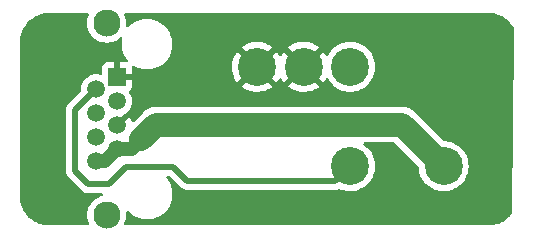
<source format=gbr>
%TF.GenerationSoftware,KiCad,Pcbnew,(6.0.5-0)*%
%TF.CreationDate,2022-08-12T15:30:33+02:00*%
%TF.ProjectId,OpenOBDPower,4f70656e-4f42-4445-906f-7765722e6b69,rev?*%
%TF.SameCoordinates,Original*%
%TF.FileFunction,Copper,L1,Top*%
%TF.FilePolarity,Positive*%
%FSLAX46Y46*%
G04 Gerber Fmt 4.6, Leading zero omitted, Abs format (unit mm)*
G04 Created by KiCad (PCBNEW (6.0.5-0)) date 2022-08-12 15:30:33*
%MOMM*%
%LPD*%
G01*
G04 APERTURE LIST*
%TA.AperFunction,ComponentPad*%
%ADD10C,3.215640*%
%TD*%
%TA.AperFunction,ComponentPad*%
%ADD11R,1.500000X1.500000*%
%TD*%
%TA.AperFunction,ComponentPad*%
%ADD12C,1.500000*%
%TD*%
%TA.AperFunction,ComponentPad*%
%ADD13C,2.300000*%
%TD*%
%TA.AperFunction,Conductor*%
%ADD14C,0.500000*%
%TD*%
%TA.AperFunction,Conductor*%
%ADD15C,2.000000*%
%TD*%
%TA.AperFunction,Conductor*%
%ADD16C,1.200000*%
%TD*%
%TA.AperFunction,Conductor*%
%ADD17C,0.250000*%
%TD*%
G04 APERTURE END LIST*
D10*
%TO.P,M1,4,CHASGND*%
%TO.N,GND*%
X138105200Y-95070000D03*
%TO.P,M1,5,SIGGND*%
X142052360Y-95070000D03*
%TO.P,M1,6,CANHIGH*%
%TO.N,CAN_H*%
X146002060Y-95070000D03*
%TO.P,M1,14,CANLOW*%
%TO.N,CAN_L*%
X146002060Y-103469780D03*
%TO.P,M1,16,BATTPOWER*%
%TO.N,+12V*%
X153904000Y-103469780D03*
%TD*%
D11*
%TO.P,J1,1*%
%TO.N,GND*%
X126270000Y-95930000D03*
D12*
%TO.P,J1,2*%
%TO.N,CAN_L*%
X124490000Y-96946000D03*
%TO.P,J1,3*%
%TO.N,unconnected-(J1-Pad3)*%
X126270000Y-97962000D03*
%TO.P,J1,4*%
%TO.N,CAN_H*%
X124490000Y-98978000D03*
%TO.P,J1,5*%
%TO.N,GND*%
X126270000Y-99994000D03*
%TO.P,J1,6*%
%TO.N,unconnected-(J1-Pad6)*%
X124490000Y-101010000D03*
%TO.P,J1,7*%
%TO.N,+12V*%
X126270000Y-102026000D03*
%TO.P,J1,8*%
X124490000Y-103042000D03*
D13*
%TO.P,J1,SH*%
%TO.N,N/C*%
X125380000Y-107620000D03*
X125380000Y-91360000D03*
%TD*%
D14*
%TO.N,CAN_L*%
X144751840Y-104720000D02*
X132220000Y-104720000D01*
X122700000Y-98736000D02*
X124490000Y-96946000D01*
X122700000Y-103880000D02*
X122700000Y-98736000D01*
X123830000Y-105010000D02*
X122700000Y-103880000D01*
X131030000Y-103530000D02*
X127030000Y-103530000D01*
X132220000Y-104720000D02*
X131030000Y-103530000D01*
X125550000Y-105010000D02*
X123830000Y-105010000D01*
X127030000Y-103530000D02*
X125550000Y-105010000D01*
X146002060Y-103469780D02*
X144751840Y-104720000D01*
D15*
%TO.N,+12V*%
X129569620Y-99960380D02*
X150394600Y-99960380D01*
D16*
X125254000Y-103042000D02*
X126270000Y-102026000D01*
D15*
X150394600Y-99960380D02*
X153904000Y-103469780D01*
D16*
X124490000Y-103042000D02*
X125254000Y-103042000D01*
D15*
X128330000Y-101200000D02*
X129569620Y-99960380D01*
D17*
X128330000Y-101200000D02*
X128330000Y-102030000D01*
D16*
X128330000Y-101200000D02*
X127504000Y-102026000D01*
X127504000Y-102026000D02*
X126270000Y-102026000D01*
%TD*%
%TA.AperFunction,Conductor*%
%TO.N,GND*%
G36*
X157715281Y-90498538D02*
G01*
X157722442Y-90498716D01*
X157840481Y-90501642D01*
X157846670Y-90501948D01*
X157963172Y-90510615D01*
X157969350Y-90511229D01*
X158084848Y-90525575D01*
X158090945Y-90526484D01*
X158205305Y-90546439D01*
X158211326Y-90547643D01*
X158324256Y-90573108D01*
X158330224Y-90574608D01*
X158441609Y-90605517D01*
X158447478Y-90607301D01*
X158557098Y-90643571D01*
X158562869Y-90645637D01*
X158613336Y-90665114D01*
X158670525Y-90687185D01*
X158676201Y-90689537D01*
X158781705Y-90736284D01*
X158787261Y-90738909D01*
X158890412Y-90790770D01*
X158895841Y-90793668D01*
X158996425Y-90850554D01*
X159001706Y-90853713D01*
X159078972Y-90902546D01*
X159099597Y-90915581D01*
X159104712Y-90918992D01*
X159199649Y-90985720D01*
X159204618Y-90989398D01*
X159273927Y-91043390D01*
X159296432Y-91060922D01*
X159301236Y-91064858D01*
X159389749Y-91141112D01*
X159394351Y-91145280D01*
X159417830Y-91167623D01*
X159479380Y-91226197D01*
X159483795Y-91230612D01*
X159564722Y-91315653D01*
X159568889Y-91320254D01*
X159645159Y-91408785D01*
X159649063Y-91413550D01*
X159707712Y-91488836D01*
X159720591Y-91505369D01*
X159724276Y-91510347D01*
X159791013Y-91605296D01*
X159794409Y-91610388D01*
X159833708Y-91672568D01*
X159853193Y-91740768D01*
X159849548Y-92258748D01*
X159847860Y-92498646D01*
X159742977Y-107403489D01*
X159722496Y-107471467D01*
X159716378Y-107480036D01*
X159649082Y-107566421D01*
X159645152Y-107571218D01*
X159568882Y-107659751D01*
X159564716Y-107664351D01*
X159562461Y-107666721D01*
X159483801Y-107749379D01*
X159479387Y-107753793D01*
X159439661Y-107791598D01*
X159404597Y-107824966D01*
X159394347Y-107834720D01*
X159389735Y-107838897D01*
X159312257Y-107905644D01*
X159301241Y-107915134D01*
X159296437Y-107919071D01*
X159256622Y-107950087D01*
X159204619Y-107990598D01*
X159199640Y-107994283D01*
X159104729Y-108060993D01*
X159104723Y-108060997D01*
X159099591Y-108064420D01*
X159029440Y-108108757D01*
X159001725Y-108126273D01*
X158996455Y-108129426D01*
X158918114Y-108173732D01*
X158895838Y-108186330D01*
X158890410Y-108189227D01*
X158787260Y-108241088D01*
X158781705Y-108243713D01*
X158676205Y-108290459D01*
X158670527Y-108292811D01*
X158562878Y-108334355D01*
X158557093Y-108336427D01*
X158447486Y-108372693D01*
X158441599Y-108374483D01*
X158429394Y-108377870D01*
X158330230Y-108405388D01*
X158324268Y-108406886D01*
X158211319Y-108432354D01*
X158205279Y-108433562D01*
X158177535Y-108438403D01*
X158090961Y-108453509D01*
X158084835Y-108454423D01*
X157969370Y-108468766D01*
X157963187Y-108469380D01*
X157943624Y-108470836D01*
X157846652Y-108478050D01*
X157840466Y-108478356D01*
X157717815Y-108481396D01*
X157715283Y-108481459D01*
X157712161Y-108481498D01*
X127006875Y-108481498D01*
X126938754Y-108461496D01*
X126892261Y-108407840D01*
X126882157Y-108337566D01*
X126890466Y-108307280D01*
X126960310Y-108138662D01*
X126960311Y-108138660D01*
X126962204Y-108134089D01*
X126996198Y-107992495D01*
X127021991Y-107885062D01*
X127021992Y-107885056D01*
X127023146Y-107880249D01*
X127043628Y-107620000D01*
X127025584Y-107390729D01*
X127040180Y-107321249D01*
X127090023Y-107270689D01*
X127159287Y-107255103D01*
X127225983Y-107279438D01*
X127237929Y-107289446D01*
X127433077Y-107474634D01*
X127446878Y-107487731D01*
X127683113Y-107657483D01*
X127708924Y-107671149D01*
X127875872Y-107759543D01*
X127940200Y-107793603D01*
X127944223Y-107795075D01*
X127944227Y-107795077D01*
X128190122Y-107885062D01*
X128213382Y-107893574D01*
X128497604Y-107955544D01*
X128526650Y-107957830D01*
X128723297Y-107973307D01*
X128723304Y-107973307D01*
X128725753Y-107973500D01*
X128883121Y-107973500D01*
X128885257Y-107973354D01*
X128885268Y-107973354D01*
X129095949Y-107958991D01*
X129095955Y-107958990D01*
X129100226Y-107958699D01*
X129104421Y-107957830D01*
X129104423Y-107957830D01*
X129291570Y-107919074D01*
X129385081Y-107899709D01*
X129659295Y-107802605D01*
X129917793Y-107669184D01*
X129921294Y-107666723D01*
X129921298Y-107666721D01*
X130060528Y-107568868D01*
X130155792Y-107501915D01*
X130261711Y-107403489D01*
X130365745Y-107306815D01*
X130365748Y-107306812D01*
X130368888Y-107303894D01*
X130373279Y-107298530D01*
X130550423Y-107082102D01*
X130553139Y-107078784D01*
X130705133Y-106830752D01*
X130713869Y-106810852D01*
X130782618Y-106654235D01*
X130822059Y-106564386D01*
X130827818Y-106544171D01*
X130879213Y-106363746D01*
X130901754Y-106284616D01*
X130902538Y-106279113D01*
X130942137Y-106000870D01*
X130942742Y-105996619D01*
X130943936Y-105768536D01*
X130944243Y-105710009D01*
X130944243Y-105710003D01*
X130944265Y-105705723D01*
X130943170Y-105697401D01*
X130925743Y-105565035D01*
X130906295Y-105417313D01*
X130903584Y-105407401D01*
X130853476Y-105224237D01*
X130829535Y-105136724D01*
X130805219Y-105079717D01*
X130717090Y-104873100D01*
X130717088Y-104873096D01*
X130715404Y-104869148D01*
X130566015Y-104619538D01*
X130464862Y-104493278D01*
X130437882Y-104427610D01*
X130450687Y-104357778D01*
X130499214Y-104305955D01*
X130563198Y-104288500D01*
X130663629Y-104288500D01*
X130731750Y-104308502D01*
X130752724Y-104325405D01*
X131636230Y-105208911D01*
X131648616Y-105223323D01*
X131657149Y-105234918D01*
X131657154Y-105234923D01*
X131661492Y-105240818D01*
X131667070Y-105245557D01*
X131667073Y-105245560D01*
X131701768Y-105275035D01*
X131709284Y-105281965D01*
X131714979Y-105287660D01*
X131717861Y-105289940D01*
X131737251Y-105305281D01*
X131740655Y-105308072D01*
X131779442Y-105341024D01*
X131796285Y-105355333D01*
X131802801Y-105358661D01*
X131807850Y-105362028D01*
X131812979Y-105365195D01*
X131818716Y-105369734D01*
X131884875Y-105400655D01*
X131888769Y-105402558D01*
X131953808Y-105435769D01*
X131960916Y-105437508D01*
X131966559Y-105439607D01*
X131972322Y-105441524D01*
X131978950Y-105444622D01*
X132049148Y-105459223D01*
X132050412Y-105459486D01*
X132054696Y-105460456D01*
X132125610Y-105477808D01*
X132131212Y-105478156D01*
X132131215Y-105478156D01*
X132136764Y-105478500D01*
X132136762Y-105478536D01*
X132140755Y-105478775D01*
X132144947Y-105479149D01*
X132152115Y-105480640D01*
X132229520Y-105478546D01*
X132232928Y-105478500D01*
X144684770Y-105478500D01*
X144703720Y-105479933D01*
X144717955Y-105482099D01*
X144717959Y-105482099D01*
X144725189Y-105483199D01*
X144732481Y-105482606D01*
X144732484Y-105482606D01*
X144777858Y-105478915D01*
X144788073Y-105478500D01*
X144796133Y-105478500D01*
X144813520Y-105476473D01*
X144824347Y-105475211D01*
X144828722Y-105474778D01*
X144894179Y-105469454D01*
X144894182Y-105469453D01*
X144901477Y-105468860D01*
X144908441Y-105466604D01*
X144914400Y-105465413D01*
X144920255Y-105464029D01*
X144927521Y-105463182D01*
X144996167Y-105438265D01*
X145000295Y-105436848D01*
X145062774Y-105416608D01*
X145062779Y-105416606D01*
X145067566Y-105415055D01*
X145069740Y-105414351D01*
X145069968Y-105415055D01*
X145134671Y-105405691D01*
X145168707Y-105415588D01*
X145258734Y-105456237D01*
X145258738Y-105456239D01*
X145262646Y-105458003D01*
X145301304Y-105469454D01*
X145535207Y-105538740D01*
X145535212Y-105538741D01*
X145539320Y-105539958D01*
X145543554Y-105540606D01*
X145543559Y-105540607D01*
X145820315Y-105582956D01*
X145820317Y-105582956D01*
X145824557Y-105583605D01*
X145971409Y-105585912D01*
X146108787Y-105588071D01*
X146108793Y-105588071D01*
X146113078Y-105588138D01*
X146399545Y-105553472D01*
X146669669Y-105482606D01*
X146674514Y-105481335D01*
X146674515Y-105481335D01*
X146678657Y-105480248D01*
X146945249Y-105369822D01*
X146959623Y-105361423D01*
X147190690Y-105226398D01*
X147190691Y-105226398D01*
X147194388Y-105224237D01*
X147246772Y-105183163D01*
X147418091Y-105048831D01*
X147421463Y-105046187D01*
X147622274Y-104838967D01*
X147624807Y-104835519D01*
X147624811Y-104835514D01*
X147790565Y-104609866D01*
X147793103Y-104606411D01*
X147823953Y-104549592D01*
X147928741Y-104356598D01*
X147928742Y-104356596D01*
X147930791Y-104352822D01*
X148032788Y-104082893D01*
X148078813Y-103881939D01*
X148096252Y-103805799D01*
X148096253Y-103805794D01*
X148097209Y-103801619D01*
X148122860Y-103514204D01*
X148123325Y-103469780D01*
X148123156Y-103467299D01*
X148103991Y-103186168D01*
X148103990Y-103186162D01*
X148103699Y-103181891D01*
X148045183Y-102899330D01*
X147948861Y-102627324D01*
X147816514Y-102370907D01*
X147812368Y-102365007D01*
X147653056Y-102138330D01*
X147650593Y-102134825D01*
X147454166Y-101923444D01*
X147230869Y-101740678D01*
X147168263Y-101702313D01*
X147120632Y-101649665D01*
X147109025Y-101579624D01*
X147137128Y-101514426D01*
X147196018Y-101474772D01*
X147234098Y-101468880D01*
X149717569Y-101468880D01*
X149785690Y-101488882D01*
X149806664Y-101505785D01*
X151751023Y-103450144D01*
X151785049Y-103512456D01*
X151787718Y-103531980D01*
X151799462Y-103735645D01*
X151800287Y-103739850D01*
X151800288Y-103739858D01*
X151828163Y-103881939D01*
X151855015Y-104018804D01*
X151856402Y-104022854D01*
X151856403Y-104022859D01*
X151934685Y-104251500D01*
X151948484Y-104291803D01*
X152078138Y-104549592D01*
X152241578Y-104787399D01*
X152435781Y-105000825D01*
X152657152Y-105185919D01*
X152660793Y-105188203D01*
X152897955Y-105336975D01*
X152897959Y-105336977D01*
X152901595Y-105339258D01*
X152905505Y-105341023D01*
X152905506Y-105341024D01*
X153160674Y-105456237D01*
X153160678Y-105456239D01*
X153164586Y-105458003D01*
X153203244Y-105469454D01*
X153437147Y-105538740D01*
X153437152Y-105538741D01*
X153441260Y-105539958D01*
X153445494Y-105540606D01*
X153445499Y-105540607D01*
X153722255Y-105582956D01*
X153722257Y-105582956D01*
X153726497Y-105583605D01*
X153873349Y-105585912D01*
X154010727Y-105588071D01*
X154010733Y-105588071D01*
X154015018Y-105588138D01*
X154301485Y-105553472D01*
X154571609Y-105482606D01*
X154576454Y-105481335D01*
X154576455Y-105481335D01*
X154580597Y-105480248D01*
X154847189Y-105369822D01*
X154861563Y-105361423D01*
X155092630Y-105226398D01*
X155092631Y-105226398D01*
X155096328Y-105224237D01*
X155148712Y-105183163D01*
X155320031Y-105048831D01*
X155323403Y-105046187D01*
X155524214Y-104838967D01*
X155526747Y-104835519D01*
X155526751Y-104835514D01*
X155692505Y-104609866D01*
X155695043Y-104606411D01*
X155725893Y-104549592D01*
X155830681Y-104356598D01*
X155830682Y-104356596D01*
X155832731Y-104352822D01*
X155934728Y-104082893D01*
X155980753Y-103881939D01*
X155998192Y-103805799D01*
X155998193Y-103805794D01*
X155999149Y-103801619D01*
X156024800Y-103514204D01*
X156025265Y-103469780D01*
X156025096Y-103467299D01*
X156005931Y-103186168D01*
X156005930Y-103186162D01*
X156005639Y-103181891D01*
X155947123Y-102899330D01*
X155850801Y-102627324D01*
X155718454Y-102370907D01*
X155714308Y-102365007D01*
X155554996Y-102138330D01*
X155552533Y-102134825D01*
X155356106Y-101923444D01*
X155132809Y-101740678D01*
X154984290Y-101649665D01*
X154890424Y-101592143D01*
X154890416Y-101592139D01*
X154886774Y-101589907D01*
X154882857Y-101588188D01*
X154882854Y-101588186D01*
X154695135Y-101505784D01*
X154622553Y-101473923D01*
X154618425Y-101472747D01*
X154618422Y-101472746D01*
X154532573Y-101448291D01*
X154345036Y-101394870D01*
X154340794Y-101394266D01*
X154340788Y-101394265D01*
X154063609Y-101354817D01*
X154059358Y-101354212D01*
X153994170Y-101353871D01*
X153972852Y-101353759D01*
X153904837Y-101333401D01*
X153884417Y-101316856D01*
X151478275Y-98910714D01*
X151475821Y-98908192D01*
X151410738Y-98839368D01*
X151410735Y-98839366D01*
X151407268Y-98835699D01*
X151344839Y-98787969D01*
X151339708Y-98783828D01*
X151283733Y-98736189D01*
X151283732Y-98736188D01*
X151279880Y-98732910D01*
X151275555Y-98730291D01*
X151275550Y-98730287D01*
X151251776Y-98715889D01*
X151240529Y-98708217D01*
X151214426Y-98688260D01*
X151145192Y-98651137D01*
X151139468Y-98647873D01*
X151138382Y-98647215D01*
X151072242Y-98607159D01*
X151041781Y-98594852D01*
X151029441Y-98589072D01*
X151025950Y-98587200D01*
X151000491Y-98573549D01*
X150995710Y-98571903D01*
X150995706Y-98571901D01*
X150926199Y-98547968D01*
X150920021Y-98545658D01*
X150851866Y-98518122D01*
X150851867Y-98518122D01*
X150847171Y-98516225D01*
X150815139Y-98508948D01*
X150802041Y-98505217D01*
X150770969Y-98494518D01*
X150693500Y-98481137D01*
X150687096Y-98479857D01*
X150610456Y-98462445D01*
X150577647Y-98460381D01*
X150564147Y-98458795D01*
X150531764Y-98453201D01*
X150527807Y-98453021D01*
X150527804Y-98453021D01*
X150504094Y-98451944D01*
X150504075Y-98451944D01*
X150502675Y-98451880D01*
X150446492Y-98451880D01*
X150438580Y-98451631D01*
X150432986Y-98451279D01*
X150368187Y-98447202D01*
X150329145Y-98451030D01*
X150326608Y-98451279D01*
X150314312Y-98451880D01*
X129593622Y-98451880D01*
X129590103Y-98451831D01*
X129495470Y-98449187D01*
X129495467Y-98449187D01*
X129490415Y-98449046D01*
X129412522Y-98459439D01*
X129405981Y-98460138D01*
X129381237Y-98462129D01*
X129332697Y-98466034D01*
X129332693Y-98466035D01*
X129327655Y-98466440D01*
X129295742Y-98474279D01*
X129282362Y-98476806D01*
X129249800Y-98481151D01*
X129244959Y-98482612D01*
X129244957Y-98482613D01*
X129174591Y-98503858D01*
X129168230Y-98505599D01*
X129091914Y-98524343D01*
X129087254Y-98526321D01*
X129061669Y-98537181D01*
X129048859Y-98541818D01*
X129017412Y-98551313D01*
X129012864Y-98553531D01*
X129012857Y-98553534D01*
X128946802Y-98585751D01*
X128940800Y-98588487D01*
X128896812Y-98607159D01*
X128868464Y-98619192D01*
X128844152Y-98634503D01*
X128840664Y-98636699D01*
X128828760Y-98643325D01*
X128799232Y-98657726D01*
X128795095Y-98660645D01*
X128795094Y-98660645D01*
X128735023Y-98703021D01*
X128729534Y-98706681D01*
X128692049Y-98730287D01*
X128663053Y-98748547D01*
X128659264Y-98751888D01*
X128659258Y-98751892D01*
X128638403Y-98770278D01*
X128627708Y-98778724D01*
X128600873Y-98797654D01*
X128579370Y-98817289D01*
X128539654Y-98857005D01*
X128533884Y-98862424D01*
X128484762Y-98905730D01*
X128484759Y-98905733D01*
X128480965Y-98909078D01*
X128477755Y-98912986D01*
X128477754Y-98912987D01*
X128454441Y-98941369D01*
X128446171Y-98950488D01*
X127690829Y-99705830D01*
X127628517Y-99739856D01*
X127557702Y-99734791D01*
X127500866Y-99692244D01*
X127480027Y-99649345D01*
X127458073Y-99567407D01*
X127454326Y-99557113D01*
X127365946Y-99367583D01*
X127360466Y-99358093D01*
X127331589Y-99316851D01*
X127321114Y-99308477D01*
X127307667Y-99315545D01*
X126359095Y-100264116D01*
X126296783Y-100298141D01*
X126225967Y-100293076D01*
X126180905Y-100264115D01*
X125999885Y-100083095D01*
X125965859Y-100020783D01*
X125970924Y-99949968D01*
X125999885Y-99904905D01*
X126786786Y-99118004D01*
X126822631Y-99092905D01*
X126901654Y-99056056D01*
X126906152Y-99052907D01*
X126906158Y-99052903D01*
X127077527Y-98932908D01*
X127077529Y-98932906D01*
X127082038Y-98929749D01*
X127237749Y-98774038D01*
X127255332Y-98748928D01*
X127360899Y-98598162D01*
X127360900Y-98598160D01*
X127364056Y-98593653D01*
X127366379Y-98588671D01*
X127366382Y-98588666D01*
X127423376Y-98466440D01*
X127457120Y-98394076D01*
X127514115Y-98181371D01*
X127533307Y-97962000D01*
X127514115Y-97742629D01*
X127457120Y-97529924D01*
X127413585Y-97436562D01*
X127366382Y-97335334D01*
X127366379Y-97335329D01*
X127364056Y-97330347D01*
X127308516Y-97251028D01*
X127285829Y-97183756D01*
X127303114Y-97114896D01*
X127336165Y-97077933D01*
X127375724Y-97048285D01*
X127388285Y-97035724D01*
X127464786Y-96933649D01*
X127473324Y-96918054D01*
X127518478Y-96797606D01*
X127522105Y-96782351D01*
X127527119Y-96736198D01*
X136804274Y-96736198D01*
X136811329Y-96746171D01*
X136855351Y-96782979D01*
X136862285Y-96788016D01*
X137099391Y-96936754D01*
X137106942Y-96940803D01*
X137362049Y-97055987D01*
X137370080Y-97058974D01*
X137638457Y-97138471D01*
X137646809Y-97140338D01*
X137923498Y-97182677D01*
X137932031Y-97183393D01*
X138211901Y-97187791D01*
X138220452Y-97187343D01*
X138498327Y-97153715D01*
X138506744Y-97152110D01*
X138777486Y-97081082D01*
X138785602Y-97078351D01*
X139044206Y-96971233D01*
X139051868Y-96967430D01*
X139293541Y-96826208D01*
X139300624Y-96821394D01*
X139396653Y-96746097D01*
X139403724Y-96736198D01*
X140751434Y-96736198D01*
X140758489Y-96746171D01*
X140802511Y-96782979D01*
X140809445Y-96788016D01*
X141046551Y-96936754D01*
X141054102Y-96940803D01*
X141309209Y-97055987D01*
X141317240Y-97058974D01*
X141585617Y-97138471D01*
X141593969Y-97140338D01*
X141870658Y-97182677D01*
X141879191Y-97183393D01*
X142159061Y-97187791D01*
X142167612Y-97187343D01*
X142445487Y-97153715D01*
X142453904Y-97152110D01*
X142724646Y-97081082D01*
X142732762Y-97078351D01*
X142991366Y-96971233D01*
X142999028Y-96967430D01*
X143240701Y-96826208D01*
X143247784Y-96821394D01*
X143343813Y-96746097D01*
X143352283Y-96734239D01*
X143345766Y-96722616D01*
X142065172Y-95442022D01*
X142051228Y-95434408D01*
X142049395Y-95434539D01*
X142042780Y-95438790D01*
X140758726Y-96722844D01*
X140751434Y-96736198D01*
X139403724Y-96736198D01*
X139405123Y-96734239D01*
X139398606Y-96722616D01*
X138118012Y-95442022D01*
X138104068Y-95434408D01*
X138102235Y-95434539D01*
X138095620Y-95438790D01*
X136811566Y-96722844D01*
X136804274Y-96736198D01*
X127527119Y-96736198D01*
X127527631Y-96731486D01*
X127528000Y-96724672D01*
X127528000Y-96202115D01*
X127523525Y-96186876D01*
X127522135Y-96185671D01*
X127514452Y-96184000D01*
X126142000Y-96184000D01*
X126073879Y-96163998D01*
X126027386Y-96110342D01*
X126016000Y-96058000D01*
X126016000Y-94690116D01*
X126011525Y-94674877D01*
X126010135Y-94673672D01*
X126002452Y-94672001D01*
X125475331Y-94672001D01*
X125468510Y-94672371D01*
X125417648Y-94677895D01*
X125402396Y-94681521D01*
X125281946Y-94726676D01*
X125266351Y-94735214D01*
X125164276Y-94811715D01*
X125151715Y-94824276D01*
X125075214Y-94926351D01*
X125066676Y-94941946D01*
X125021522Y-95062394D01*
X125017895Y-95077649D01*
X125012369Y-95128514D01*
X125012000Y-95135328D01*
X125012000Y-95618768D01*
X124991998Y-95686889D01*
X124938342Y-95733382D01*
X124868068Y-95743486D01*
X124853388Y-95740474D01*
X124714692Y-95703310D01*
X124714683Y-95703309D01*
X124709371Y-95701885D01*
X124490000Y-95682693D01*
X124270629Y-95701885D01*
X124057924Y-95758880D01*
X123964562Y-95802415D01*
X123863334Y-95849618D01*
X123863329Y-95849621D01*
X123858347Y-95851944D01*
X123853840Y-95855100D01*
X123853838Y-95855101D01*
X123682473Y-95975092D01*
X123682470Y-95975094D01*
X123677962Y-95978251D01*
X123522251Y-96133962D01*
X123519094Y-96138470D01*
X123519092Y-96138473D01*
X123468948Y-96210086D01*
X123395944Y-96314347D01*
X123393621Y-96319329D01*
X123393618Y-96319334D01*
X123363425Y-96384084D01*
X123302880Y-96513924D01*
X123245885Y-96726629D01*
X123226693Y-96946000D01*
X123227172Y-96951475D01*
X123227172Y-96951476D01*
X123236908Y-97062761D01*
X123222919Y-97132365D01*
X123200482Y-97162837D01*
X122211089Y-98152230D01*
X122196677Y-98164616D01*
X122185082Y-98173149D01*
X122185077Y-98173154D01*
X122179182Y-98177492D01*
X122174443Y-98183070D01*
X122174440Y-98183073D01*
X122144965Y-98217768D01*
X122138035Y-98225284D01*
X122132340Y-98230979D01*
X122130060Y-98233861D01*
X122114719Y-98253251D01*
X122111928Y-98256655D01*
X122069409Y-98306703D01*
X122064667Y-98312285D01*
X122061339Y-98318801D01*
X122057972Y-98323850D01*
X122054805Y-98328979D01*
X122050266Y-98334716D01*
X122019345Y-98400875D01*
X122017442Y-98404769D01*
X121984231Y-98469808D01*
X121982492Y-98476916D01*
X121980393Y-98482559D01*
X121978476Y-98488322D01*
X121975378Y-98494950D01*
X121973888Y-98502112D01*
X121973888Y-98502113D01*
X121960514Y-98566412D01*
X121959544Y-98570696D01*
X121942192Y-98641610D01*
X121941500Y-98652764D01*
X121941464Y-98652762D01*
X121941225Y-98656755D01*
X121940851Y-98660947D01*
X121939360Y-98668115D01*
X121939558Y-98675432D01*
X121941454Y-98745521D01*
X121941500Y-98748928D01*
X121941500Y-103812930D01*
X121940067Y-103831880D01*
X121936801Y-103853349D01*
X121937394Y-103860641D01*
X121937394Y-103860644D01*
X121941085Y-103906018D01*
X121941500Y-103916233D01*
X121941500Y-103924293D01*
X121941925Y-103927937D01*
X121944789Y-103952507D01*
X121945222Y-103956882D01*
X121950259Y-104018804D01*
X121951140Y-104029637D01*
X121953396Y-104036601D01*
X121954587Y-104042560D01*
X121955971Y-104048415D01*
X121956818Y-104055681D01*
X121981735Y-104124327D01*
X121983152Y-104128455D01*
X122005649Y-104197899D01*
X122009445Y-104204154D01*
X122011951Y-104209628D01*
X122014670Y-104215058D01*
X122017167Y-104221937D01*
X122021180Y-104228057D01*
X122021180Y-104228058D01*
X122057186Y-104282976D01*
X122059523Y-104286680D01*
X122097405Y-104349107D01*
X122101121Y-104353315D01*
X122101122Y-104353316D01*
X122104803Y-104357484D01*
X122104776Y-104357508D01*
X122107429Y-104360500D01*
X122110132Y-104363733D01*
X122114144Y-104369852D01*
X122119456Y-104374884D01*
X122170383Y-104423128D01*
X122172825Y-104425506D01*
X123246230Y-105498911D01*
X123258616Y-105513323D01*
X123267149Y-105524918D01*
X123267154Y-105524923D01*
X123271492Y-105530818D01*
X123277070Y-105535557D01*
X123277073Y-105535560D01*
X123311768Y-105565035D01*
X123319284Y-105571965D01*
X123324979Y-105577660D01*
X123327861Y-105579940D01*
X123347251Y-105595281D01*
X123350655Y-105598072D01*
X123400703Y-105640591D01*
X123406285Y-105645333D01*
X123412801Y-105648661D01*
X123417850Y-105652028D01*
X123422979Y-105655195D01*
X123428716Y-105659734D01*
X123494875Y-105690655D01*
X123498769Y-105692558D01*
X123563808Y-105725769D01*
X123570916Y-105727508D01*
X123576559Y-105729607D01*
X123582322Y-105731524D01*
X123588950Y-105734622D01*
X123596112Y-105736112D01*
X123596113Y-105736112D01*
X123660412Y-105749486D01*
X123664696Y-105750456D01*
X123735610Y-105767808D01*
X123741212Y-105768156D01*
X123741215Y-105768156D01*
X123746764Y-105768500D01*
X123746762Y-105768536D01*
X123750755Y-105768775D01*
X123754947Y-105769149D01*
X123762115Y-105770640D01*
X123839520Y-105768546D01*
X123842928Y-105768500D01*
X124923039Y-105768500D01*
X124991160Y-105788502D01*
X125037653Y-105842158D01*
X125047757Y-105912432D01*
X125018263Y-105977012D01*
X124952453Y-106017019D01*
X124865911Y-106037796D01*
X124861340Y-106039689D01*
X124861338Y-106039690D01*
X124629303Y-106135802D01*
X124629299Y-106135804D01*
X124624729Y-106137697D01*
X124402144Y-106274097D01*
X124203637Y-106443637D01*
X124034097Y-106642144D01*
X123897697Y-106864729D01*
X123895804Y-106869299D01*
X123895802Y-106869303D01*
X123810546Y-107075130D01*
X123797796Y-107105911D01*
X123784055Y-107163148D01*
X123738009Y-107354938D01*
X123738008Y-107354944D01*
X123736854Y-107359751D01*
X123716372Y-107620000D01*
X123736854Y-107880249D01*
X123738008Y-107885056D01*
X123738009Y-107885062D01*
X123763802Y-107992495D01*
X123797796Y-108134089D01*
X123799689Y-108138660D01*
X123799690Y-108138662D01*
X123869534Y-108307280D01*
X123877123Y-108377870D01*
X123845344Y-108441357D01*
X123784286Y-108477584D01*
X123753125Y-108481498D01*
X120527840Y-108481498D01*
X120524719Y-108481459D01*
X120520535Y-108481355D01*
X120399528Y-108478356D01*
X120393335Y-108478050D01*
X120276812Y-108469380D01*
X120270631Y-108468766D01*
X120209561Y-108461180D01*
X120155138Y-108454420D01*
X120149034Y-108453509D01*
X120034740Y-108433565D01*
X120028684Y-108432355D01*
X119919960Y-108407840D01*
X119915726Y-108406885D01*
X119909752Y-108405384D01*
X119798380Y-108374478D01*
X119792537Y-108372702D01*
X119682921Y-108336433D01*
X119677136Y-108334361D01*
X119569460Y-108292807D01*
X119563783Y-108290455D01*
X119458297Y-108243716D01*
X119452741Y-108241091D01*
X119398203Y-108213671D01*
X119349579Y-108189224D01*
X119344175Y-108186339D01*
X119243563Y-108129438D01*
X119238286Y-108126281D01*
X119238274Y-108126273D01*
X119140402Y-108064417D01*
X119135268Y-108060993D01*
X119131736Y-108058510D01*
X119040354Y-107994282D01*
X119035375Y-107990596D01*
X119007742Y-107969069D01*
X118943559Y-107919069D01*
X118938762Y-107915137D01*
X118921862Y-107900578D01*
X118850272Y-107838904D01*
X118845658Y-107834726D01*
X118760617Y-107753798D01*
X118756202Y-107749383D01*
X118746428Y-107739112D01*
X118675276Y-107664342D01*
X118671101Y-107659731D01*
X118594847Y-107571218D01*
X118590909Y-107566412D01*
X118519412Y-107474634D01*
X118515726Y-107469656D01*
X118448999Y-107374721D01*
X118445572Y-107369582D01*
X118405903Y-107306815D01*
X118383720Y-107271716D01*
X118380571Y-107266454D01*
X118323654Y-107165813D01*
X118320763Y-107160395D01*
X118277893Y-107075130D01*
X118268913Y-107057269D01*
X118266289Y-107051718D01*
X118264694Y-107048117D01*
X118219533Y-106946193D01*
X118217183Y-106940518D01*
X118175643Y-106832879D01*
X118173571Y-106827095D01*
X118171899Y-106822041D01*
X118137300Y-106717473D01*
X118135519Y-106711614D01*
X118126108Y-106677698D01*
X118104609Y-106600227D01*
X118103108Y-106594253D01*
X118077644Y-106481319D01*
X118076435Y-106475275D01*
X118071571Y-106447399D01*
X118056485Y-106360942D01*
X118055574Y-106354832D01*
X118053330Y-106336759D01*
X118041233Y-106239371D01*
X118040619Y-106233192D01*
X118033691Y-106140077D01*
X118031948Y-106116654D01*
X118031641Y-106110444D01*
X118029888Y-106039690D01*
X118028539Y-105985279D01*
X118028500Y-105982157D01*
X118028500Y-92997841D01*
X118028539Y-92994719D01*
X118031642Y-92869538D01*
X118031950Y-92863311D01*
X118032742Y-92852676D01*
X118040618Y-92746816D01*
X118041231Y-92740642D01*
X118045945Y-92702687D01*
X118055576Y-92625150D01*
X118056488Y-92619034D01*
X118056974Y-92616253D01*
X118076440Y-92504692D01*
X118077645Y-92498667D01*
X118103104Y-92385758D01*
X118104606Y-92379781D01*
X118135520Y-92268384D01*
X118137309Y-92262499D01*
X118173584Y-92152863D01*
X118175633Y-92147141D01*
X118217188Y-92039465D01*
X118219537Y-92033795D01*
X118247999Y-91969558D01*
X118266283Y-91928292D01*
X118268907Y-91922741D01*
X118320772Y-91819585D01*
X118323669Y-91814157D01*
X118340678Y-91784083D01*
X118380563Y-91713558D01*
X118383723Y-91708276D01*
X118391565Y-91695869D01*
X118445576Y-91610409D01*
X118449000Y-91605275D01*
X118515716Y-91510355D01*
X118519401Y-91505376D01*
X118590933Y-91413554D01*
X118594846Y-91408778D01*
X118671118Y-91320244D01*
X118675295Y-91315632D01*
X118677535Y-91313279D01*
X118756195Y-91230621D01*
X118760609Y-91226207D01*
X118845657Y-91145272D01*
X118850268Y-91141097D01*
X118938767Y-91064855D01*
X118943563Y-91060925D01*
X119035374Y-90989404D01*
X119040350Y-90985720D01*
X119135279Y-90918996D01*
X119140419Y-90915568D01*
X119196118Y-90880366D01*
X119238282Y-90853718D01*
X119243561Y-90850560D01*
X119251782Y-90845911D01*
X119344157Y-90793668D01*
X119349578Y-90790774D01*
X119452761Y-90738896D01*
X119458318Y-90736271D01*
X119563784Y-90689541D01*
X119569461Y-90687189D01*
X119677139Y-90645634D01*
X119682925Y-90643562D01*
X119708645Y-90635052D01*
X119792516Y-90607302D01*
X119798388Y-90605517D01*
X119810601Y-90602128D01*
X119909767Y-90574609D01*
X119915737Y-90573109D01*
X120028675Y-90547643D01*
X120034733Y-90546432D01*
X120149034Y-90526489D01*
X120155159Y-90525575D01*
X120270628Y-90511232D01*
X120276811Y-90510618D01*
X120298598Y-90508997D01*
X120393346Y-90501948D01*
X120399532Y-90501642D01*
X120524717Y-90498539D01*
X120527840Y-90498500D01*
X123753126Y-90498500D01*
X123821247Y-90518502D01*
X123867740Y-90572158D01*
X123877844Y-90642432D01*
X123869535Y-90672718D01*
X123820065Y-90792150D01*
X123797796Y-90845911D01*
X123791715Y-90871240D01*
X123738009Y-91094938D01*
X123738008Y-91094944D01*
X123736854Y-91099751D01*
X123716372Y-91360000D01*
X123736854Y-91620249D01*
X123738008Y-91625056D01*
X123738009Y-91625062D01*
X123758612Y-91710876D01*
X123797796Y-91874089D01*
X123799689Y-91878660D01*
X123799690Y-91878662D01*
X123891151Y-92099467D01*
X123897697Y-92115271D01*
X124034097Y-92337856D01*
X124203637Y-92536363D01*
X124402144Y-92705903D01*
X124624729Y-92842303D01*
X124629299Y-92844196D01*
X124629303Y-92844198D01*
X124861338Y-92940310D01*
X124865911Y-92942204D01*
X124954931Y-92963576D01*
X125114938Y-93001991D01*
X125114944Y-93001992D01*
X125119751Y-93003146D01*
X125380000Y-93023628D01*
X125640249Y-93003146D01*
X125645056Y-93001992D01*
X125645062Y-93001991D01*
X125805069Y-92963576D01*
X125894089Y-92942204D01*
X125898662Y-92940310D01*
X126130697Y-92844198D01*
X126130701Y-92844196D01*
X126135271Y-92842303D01*
X126357856Y-92705903D01*
X126513566Y-92572915D01*
X126578356Y-92543884D01*
X126648556Y-92554489D01*
X126701878Y-92601364D01*
X126721393Y-92669626D01*
X126718805Y-92693423D01*
X126718246Y-92695384D01*
X126717643Y-92699619D01*
X126717642Y-92699625D01*
X126681513Y-92953486D01*
X126677258Y-92983381D01*
X126676455Y-93136768D01*
X126676162Y-93192808D01*
X126675735Y-93274277D01*
X126713705Y-93562687D01*
X126790465Y-93843276D01*
X126792149Y-93847224D01*
X126885879Y-94066970D01*
X126904596Y-94110852D01*
X127053985Y-94360462D01*
X127056669Y-94363813D01*
X127056671Y-94363815D01*
X127139514Y-94467220D01*
X127166496Y-94532889D01*
X127153691Y-94602722D01*
X127105164Y-94654545D01*
X127041180Y-94672000D01*
X126542115Y-94672000D01*
X126526876Y-94676475D01*
X126525671Y-94677865D01*
X126524000Y-94685548D01*
X126524000Y-95657885D01*
X126528475Y-95673124D01*
X126529865Y-95674329D01*
X126537548Y-95676000D01*
X127509884Y-95676000D01*
X127525123Y-95671525D01*
X127526328Y-95670135D01*
X127527999Y-95662452D01*
X127527999Y-95135331D01*
X127527630Y-95128512D01*
X127524074Y-95095778D01*
X127536603Y-95025896D01*
X127584924Y-94973881D01*
X127653696Y-94956247D01*
X127708296Y-94970817D01*
X127897759Y-95071132D01*
X127940200Y-95093603D01*
X127944223Y-95095075D01*
X127944227Y-95095077D01*
X128035598Y-95128514D01*
X128213382Y-95193574D01*
X128497604Y-95255544D01*
X128526650Y-95257830D01*
X128723297Y-95273307D01*
X128723304Y-95273307D01*
X128725753Y-95273500D01*
X128883121Y-95273500D01*
X128885257Y-95273354D01*
X128885268Y-95273354D01*
X129095949Y-95258991D01*
X129095955Y-95258990D01*
X129100226Y-95258699D01*
X129104421Y-95257830D01*
X129104423Y-95257830D01*
X129242654Y-95229204D01*
X129385081Y-95199709D01*
X129659295Y-95102605D01*
X129757201Y-95052072D01*
X135984799Y-95052072D01*
X136000912Y-95331514D01*
X136001985Y-95340015D01*
X136055874Y-95614687D01*
X136058087Y-95622949D01*
X136148757Y-95887773D01*
X136152073Y-95895660D01*
X136277842Y-96145726D01*
X136282199Y-96153092D01*
X136427008Y-96363790D01*
X136437261Y-96372134D01*
X136451002Y-96364988D01*
X137733178Y-95082812D01*
X137739556Y-95071132D01*
X138469608Y-95071132D01*
X138469739Y-95072965D01*
X138473990Y-95079580D01*
X139758058Y-96363648D01*
X139770268Y-96370315D01*
X139781767Y-96361626D01*
X139893282Y-96209817D01*
X139897866Y-96202594D01*
X139967536Y-96074278D01*
X140017619Y-96023956D01*
X140086957Y-96008700D01*
X140153536Y-96033352D01*
X140190832Y-96077786D01*
X140225002Y-96145726D01*
X140229359Y-96153092D01*
X140374168Y-96363790D01*
X140384421Y-96372134D01*
X140398162Y-96364988D01*
X141680338Y-95082812D01*
X141686716Y-95071132D01*
X142416768Y-95071132D01*
X142416899Y-95072965D01*
X142421150Y-95079580D01*
X143705218Y-96363648D01*
X143717428Y-96370315D01*
X143728927Y-96361626D01*
X143840442Y-96209817D01*
X143845026Y-96202594D01*
X143915724Y-96072384D01*
X143965807Y-96022063D01*
X144035145Y-96006806D01*
X144101724Y-96031458D01*
X144139020Y-96075892D01*
X144166266Y-96130065D01*
X144176198Y-96149812D01*
X144212145Y-96202115D01*
X144323261Y-96363790D01*
X144339638Y-96387619D01*
X144342525Y-96390792D01*
X144342526Y-96390793D01*
X144530951Y-96597869D01*
X144533841Y-96601045D01*
X144755212Y-96786139D01*
X144758853Y-96788423D01*
X144996015Y-96937195D01*
X144996019Y-96937197D01*
X144999655Y-96939478D01*
X145003565Y-96941243D01*
X145003566Y-96941244D01*
X145258734Y-97056457D01*
X145258738Y-97056459D01*
X145262646Y-97058223D01*
X145330597Y-97078351D01*
X145535207Y-97138960D01*
X145535212Y-97138961D01*
X145539320Y-97140178D01*
X145543554Y-97140826D01*
X145543559Y-97140827D01*
X145820315Y-97183176D01*
X145820317Y-97183176D01*
X145824557Y-97183825D01*
X145971409Y-97186132D01*
X146108787Y-97188291D01*
X146108793Y-97188291D01*
X146113078Y-97188358D01*
X146399545Y-97153692D01*
X146678657Y-97080468D01*
X146945249Y-96970042D01*
X146995762Y-96940525D01*
X147190690Y-96826618D01*
X147190691Y-96826618D01*
X147194388Y-96824457D01*
X147200713Y-96819498D01*
X147418091Y-96649051D01*
X147421463Y-96646407D01*
X147622274Y-96439187D01*
X147624807Y-96435739D01*
X147624811Y-96435734D01*
X147790565Y-96210086D01*
X147793103Y-96206631D01*
X147803829Y-96186876D01*
X147928741Y-95956818D01*
X147928742Y-95956816D01*
X147930791Y-95953042D01*
X148032788Y-95683113D01*
X148097209Y-95401839D01*
X148122860Y-95114424D01*
X148123325Y-95070000D01*
X148123123Y-95067035D01*
X148103991Y-94786388D01*
X148103990Y-94786382D01*
X148103699Y-94782111D01*
X148087826Y-94705461D01*
X148046052Y-94503747D01*
X148045183Y-94499550D01*
X147948861Y-94227544D01*
X147816514Y-93971127D01*
X147806052Y-93956240D01*
X147723750Y-93839137D01*
X147650593Y-93735045D01*
X147506859Y-93580368D01*
X147457087Y-93526807D01*
X147457084Y-93526804D01*
X147454166Y-93523664D01*
X147230869Y-93340898D01*
X147179557Y-93309454D01*
X146988484Y-93192363D01*
X146988476Y-93192359D01*
X146984834Y-93190127D01*
X146980917Y-93188408D01*
X146980914Y-93188406D01*
X146864077Y-93137119D01*
X146720613Y-93074143D01*
X146716485Y-93072967D01*
X146716482Y-93072966D01*
X146630633Y-93048511D01*
X146443096Y-92995090D01*
X146438854Y-92994486D01*
X146438848Y-92994485D01*
X146161669Y-92955037D01*
X146157418Y-92954432D01*
X146005333Y-92953636D01*
X145873151Y-92952943D01*
X145873144Y-92952943D01*
X145868865Y-92952921D01*
X145864621Y-92953480D01*
X145864617Y-92953480D01*
X145738942Y-92970025D01*
X145582776Y-92990585D01*
X145578636Y-92991718D01*
X145578634Y-92991718D01*
X145511774Y-93010009D01*
X145304447Y-93066727D01*
X145283016Y-93075868D01*
X145042978Y-93178253D01*
X145042974Y-93178255D01*
X145039026Y-93179939D01*
X144914009Y-93254760D01*
X144795107Y-93325921D01*
X144795103Y-93325924D01*
X144791425Y-93328125D01*
X144788082Y-93330803D01*
X144788078Y-93330806D01*
X144709610Y-93393671D01*
X144566227Y-93508543D01*
X144563283Y-93511645D01*
X144563279Y-93511649D01*
X144494036Y-93584616D01*
X144367597Y-93717855D01*
X144199212Y-93952187D01*
X144139438Y-94065082D01*
X144138438Y-94066970D01*
X144088885Y-94117813D01*
X144019711Y-94133795D01*
X143952877Y-94109842D01*
X143915117Y-94065801D01*
X143868351Y-93975194D01*
X143863923Y-93967882D01*
X143729785Y-93777023D01*
X143719263Y-93768643D01*
X143705875Y-93775695D01*
X142424382Y-95057188D01*
X142416768Y-95071132D01*
X141686716Y-95071132D01*
X141687952Y-95068868D01*
X141687821Y-95067035D01*
X141683570Y-95060420D01*
X140398917Y-93775767D01*
X140386907Y-93769209D01*
X140375167Y-93778177D01*
X140252444Y-93948964D01*
X140247925Y-93956251D01*
X140190302Y-94065082D01*
X140140750Y-94115925D01*
X140071575Y-94131907D01*
X140004742Y-94107953D01*
X139966982Y-94063913D01*
X139921191Y-93975194D01*
X139916763Y-93967882D01*
X139782625Y-93777023D01*
X139772103Y-93768643D01*
X139758715Y-93775695D01*
X138477222Y-95057188D01*
X138469608Y-95071132D01*
X137739556Y-95071132D01*
X137740792Y-95068868D01*
X137740661Y-95067035D01*
X137736410Y-95060420D01*
X136451757Y-93775767D01*
X136439747Y-93769209D01*
X136428007Y-93778177D01*
X136305284Y-93948964D01*
X136300772Y-93956240D01*
X136169791Y-94203621D01*
X136166312Y-94211435D01*
X136070119Y-94474295D01*
X136067730Y-94482518D01*
X136008100Y-94756006D01*
X136006851Y-94764462D01*
X135984888Y-95043522D01*
X135984799Y-95052072D01*
X129757201Y-95052072D01*
X129917793Y-94969184D01*
X129921294Y-94966723D01*
X129921298Y-94966721D01*
X130036792Y-94885550D01*
X130155792Y-94801915D01*
X130259589Y-94705461D01*
X130365745Y-94606815D01*
X130365748Y-94606812D01*
X130368888Y-94603894D01*
X130382316Y-94587489D01*
X130550423Y-94382102D01*
X130553139Y-94378784D01*
X130705133Y-94130752D01*
X130713869Y-94110852D01*
X130820334Y-93868315D01*
X130822059Y-93864386D01*
X130828073Y-93843276D01*
X130849332Y-93768643D01*
X130901754Y-93584616D01*
X130904286Y-93566829D01*
X130927204Y-93405796D01*
X136805079Y-93405796D01*
X136811475Y-93417065D01*
X138092388Y-94697978D01*
X138106332Y-94705592D01*
X138108165Y-94705461D01*
X138114780Y-94701210D01*
X139398424Y-93417566D01*
X139404851Y-93405796D01*
X140752239Y-93405796D01*
X140758635Y-93417065D01*
X142039548Y-94697978D01*
X142053492Y-94705592D01*
X142055325Y-94705461D01*
X142061940Y-94701210D01*
X143345584Y-93417566D01*
X143352776Y-93404396D01*
X143345454Y-93394161D01*
X143284196Y-93344021D01*
X143277227Y-93339068D01*
X143038552Y-93192808D01*
X143030982Y-93188850D01*
X142774672Y-93076339D01*
X142766612Y-93073437D01*
X142497422Y-92996757D01*
X142489044Y-92994975D01*
X142211932Y-92955536D01*
X142203385Y-92954909D01*
X141923483Y-92953443D01*
X141914948Y-92953980D01*
X141637431Y-92990516D01*
X141629033Y-92992209D01*
X141359056Y-93066067D01*
X141350961Y-93068886D01*
X141093495Y-93178704D01*
X141085873Y-93182588D01*
X140845696Y-93326331D01*
X140838658Y-93331222D01*
X140760709Y-93393671D01*
X140752239Y-93405796D01*
X139404851Y-93405796D01*
X139405616Y-93404396D01*
X139398294Y-93394161D01*
X139337036Y-93344021D01*
X139330067Y-93339068D01*
X139091392Y-93192808D01*
X139083822Y-93188850D01*
X138827512Y-93076339D01*
X138819452Y-93073437D01*
X138550262Y-92996757D01*
X138541884Y-92994975D01*
X138264772Y-92955536D01*
X138256225Y-92954909D01*
X137976323Y-92953443D01*
X137967788Y-92953980D01*
X137690271Y-92990516D01*
X137681873Y-92992209D01*
X137411896Y-93066067D01*
X137403801Y-93068886D01*
X137146335Y-93178704D01*
X137138713Y-93182588D01*
X136898536Y-93326331D01*
X136891498Y-93331222D01*
X136813549Y-93393671D01*
X136805079Y-93405796D01*
X130927204Y-93405796D01*
X130942137Y-93300870D01*
X130942742Y-93296619D01*
X130943545Y-93143232D01*
X130944243Y-93010009D01*
X130944243Y-93010003D01*
X130944265Y-93005723D01*
X130943228Y-92997841D01*
X130922410Y-92839717D01*
X130906295Y-92717313D01*
X130903881Y-92708487D01*
X130846464Y-92498608D01*
X130829535Y-92436724D01*
X130787364Y-92337856D01*
X130717090Y-92173100D01*
X130717088Y-92173096D01*
X130715404Y-92169148D01*
X130566015Y-91919538D01*
X130551337Y-91901216D01*
X130386823Y-91695869D01*
X130384133Y-91692511D01*
X130209818Y-91527092D01*
X130176231Y-91495219D01*
X130176228Y-91495217D01*
X130173122Y-91492269D01*
X129936887Y-91322517D01*
X129754988Y-91226207D01*
X129683587Y-91188402D01*
X129683586Y-91188401D01*
X129679800Y-91186397D01*
X129675777Y-91184925D01*
X129675773Y-91184923D01*
X129410649Y-91087901D01*
X129410647Y-91087900D01*
X129406618Y-91086426D01*
X129122396Y-91024456D01*
X129071420Y-91020444D01*
X128896703Y-91006693D01*
X128896696Y-91006693D01*
X128894247Y-91006500D01*
X128736879Y-91006500D01*
X128734743Y-91006646D01*
X128734732Y-91006646D01*
X128524051Y-91021009D01*
X128524045Y-91021010D01*
X128519774Y-91021301D01*
X128515579Y-91022170D01*
X128515577Y-91022170D01*
X128500130Y-91025369D01*
X128234919Y-91080291D01*
X127960705Y-91177395D01*
X127702207Y-91310816D01*
X127698706Y-91313277D01*
X127698702Y-91313279D01*
X127685558Y-91322517D01*
X127464208Y-91478085D01*
X127432217Y-91507813D01*
X127282107Y-91647304D01*
X127251112Y-91676106D01*
X127248396Y-91679424D01*
X127245457Y-91682554D01*
X127244669Y-91681814D01*
X127190054Y-91719112D01*
X127119085Y-91721098D01*
X127058309Y-91684400D01*
X127027021Y-91620669D01*
X127025576Y-91589370D01*
X127030478Y-91527092D01*
X127043628Y-91360000D01*
X127023146Y-91099751D01*
X127021992Y-91094944D01*
X127021991Y-91094938D01*
X126968285Y-90871240D01*
X126962204Y-90845911D01*
X126939936Y-90792150D01*
X126890465Y-90672718D01*
X126882876Y-90602128D01*
X126914655Y-90538641D01*
X126975713Y-90502414D01*
X127006874Y-90498500D01*
X157486832Y-90498499D01*
X157712159Y-90498499D01*
X157715281Y-90498538D01*
G37*
%TD.AperFunction*%
%TD*%
M02*

</source>
